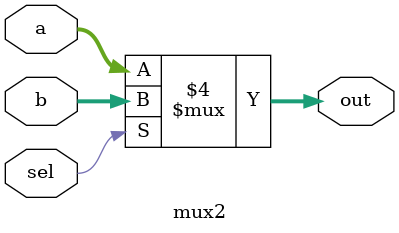
<source format=v>

module mux2(
    input sel,
    input [31:0] a,
    input [31:0] b,
    output reg [31:0] out
);
    always @(*) begin
        if (sel == 1'b0)
            out = a;
        else
            out = b;
    end
endmodule

</source>
